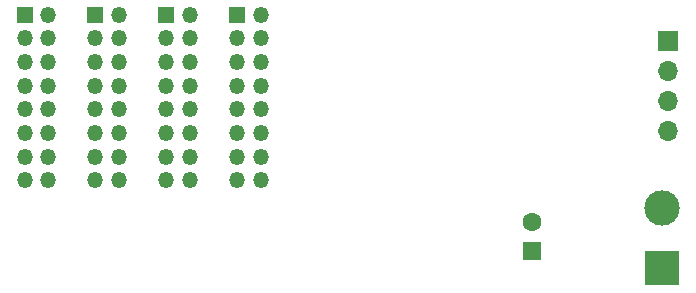
<source format=gbr>
%TF.GenerationSoftware,KiCad,Pcbnew,7.0.9-rc2*%
%TF.CreationDate,2023-12-26T16:59:54-08:00*%
%TF.ProjectId,driver_board,64726976-6572-45f6-926f-6172642e6b69,rev?*%
%TF.SameCoordinates,PX5f5e100PY5f5e100*%
%TF.FileFunction,Soldermask,Bot*%
%TF.FilePolarity,Negative*%
%FSLAX46Y46*%
G04 Gerber Fmt 4.6, Leading zero omitted, Abs format (unit mm)*
G04 Created by KiCad (PCBNEW 7.0.9-rc2) date 2023-12-26 16:59:54*
%MOMM*%
%LPD*%
G01*
G04 APERTURE LIST*
%ADD10C,1.600000*%
%ADD11R,1.600000X1.600000*%
%ADD12R,3.000000X3.000000*%
%ADD13C,3.000000*%
%ADD14R,1.700000X1.700000*%
%ADD15O,1.700000X1.700000*%
%ADD16R,1.350000X1.350000*%
%ADD17O,1.350000X1.350000*%
G04 APERTURE END LIST*
D10*
%TO.C,C5*%
X46000000Y-20500000D03*
D11*
X46000000Y-23000000D03*
%TD*%
D12*
%TO.C,J7*%
X57000000Y-24460000D03*
D13*
X57000000Y-19380000D03*
%TD*%
D14*
%TO.C,J5*%
X57500000Y-5175000D03*
D15*
X57500000Y-7715000D03*
X57500000Y-10255000D03*
X57500000Y-12795000D03*
%TD*%
D16*
%TO.C,J4*%
X21000000Y-3000000D03*
D17*
X23000000Y-3000000D03*
X21000000Y-5000000D03*
X23000000Y-5000000D03*
X21000000Y-7000000D03*
X23000000Y-7000000D03*
X21000000Y-9000000D03*
X23000000Y-9000000D03*
X21000000Y-11000000D03*
X23000000Y-11000000D03*
X21000000Y-13000000D03*
X23000000Y-13000000D03*
X21000000Y-15000000D03*
X23000000Y-15000000D03*
X21000000Y-17000000D03*
X23000000Y-17000000D03*
%TD*%
D16*
%TO.C,J3*%
X15000000Y-3000000D03*
D17*
X17000000Y-3000000D03*
X15000000Y-5000000D03*
X17000000Y-5000000D03*
X15000000Y-7000000D03*
X17000000Y-7000000D03*
X15000000Y-9000000D03*
X17000000Y-9000000D03*
X15000000Y-11000000D03*
X17000000Y-11000000D03*
X15000000Y-13000000D03*
X17000000Y-13000000D03*
X15000000Y-15000000D03*
X17000000Y-15000000D03*
X15000000Y-17000000D03*
X17000000Y-17000000D03*
%TD*%
D16*
%TO.C,J2*%
X9000000Y-3000000D03*
D17*
X11000000Y-3000000D03*
X9000000Y-5000000D03*
X11000000Y-5000000D03*
X9000000Y-7000000D03*
X11000000Y-7000000D03*
X9000000Y-9000000D03*
X11000000Y-9000000D03*
X9000000Y-11000000D03*
X11000000Y-11000000D03*
X9000000Y-13000000D03*
X11000000Y-13000000D03*
X9000000Y-15000000D03*
X11000000Y-15000000D03*
X9000000Y-17000000D03*
X11000000Y-17000000D03*
%TD*%
D16*
%TO.C,J1*%
X3000000Y-3000000D03*
D17*
X5000000Y-3000000D03*
X3000000Y-5000000D03*
X5000000Y-5000000D03*
X3000000Y-7000000D03*
X5000000Y-7000000D03*
X3000000Y-9000000D03*
X5000000Y-9000000D03*
X3000000Y-11000000D03*
X5000000Y-11000000D03*
X3000000Y-13000000D03*
X5000000Y-13000000D03*
X3000000Y-15000000D03*
X5000000Y-15000000D03*
X3000000Y-17000000D03*
X5000000Y-17000000D03*
%TD*%
M02*

</source>
